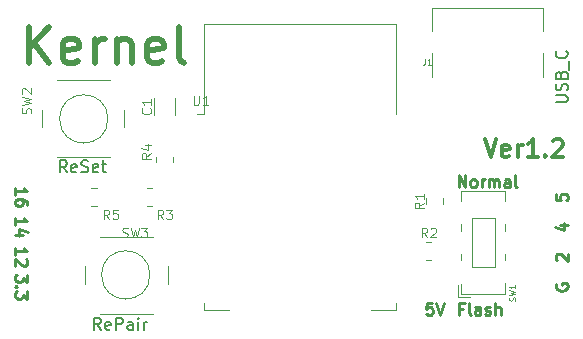
<source format=gto>
%TF.GenerationSoftware,KiCad,Pcbnew,(5.1.9-0-10_14)*%
%TF.CreationDate,2021-03-23T08:30:50+08:00*%
%TF.ProjectId,Kernel,4b65726e-656c-42e6-9b69-6361645f7063,rev?*%
%TF.SameCoordinates,Original*%
%TF.FileFunction,Legend,Top*%
%TF.FilePolarity,Positive*%
%FSLAX46Y46*%
G04 Gerber Fmt 4.6, Leading zero omitted, Abs format (unit mm)*
G04 Created by KiCad (PCBNEW (5.1.9-0-10_14)) date 2021-03-23 08:30:50*
%MOMM*%
%LPD*%
G01*
G04 APERTURE LIST*
%ADD10C,0.120000*%
%ADD11C,0.250000*%
%ADD12C,0.150000*%
%ADD13C,0.300000*%
%ADD14C,0.500000*%
%ADD15C,0.100000*%
%ADD16C,0.200000*%
G04 APERTURE END LIST*
D10*
X112395000Y-51689000D02*
X112395000Y-47498000D01*
X114300000Y-51689000D02*
X112395000Y-51689000D01*
X114300000Y-47498000D02*
X114300000Y-51689000D01*
X112395000Y-47498000D02*
X114300000Y-47498000D01*
X85105813Y-52324000D02*
G75*
G03*
X85105813Y-52324000I-2047813J0D01*
G01*
X81549813Y-39116000D02*
G75*
G03*
X81549813Y-39116000I-2047813J0D01*
G01*
D11*
X109029523Y-54697380D02*
X108553333Y-54697380D01*
X108505714Y-55173571D01*
X108553333Y-55125952D01*
X108648571Y-55078333D01*
X108886666Y-55078333D01*
X108981904Y-55125952D01*
X109029523Y-55173571D01*
X109077142Y-55268809D01*
X109077142Y-55506904D01*
X109029523Y-55602142D01*
X108981904Y-55649761D01*
X108886666Y-55697380D01*
X108648571Y-55697380D01*
X108553333Y-55649761D01*
X108505714Y-55602142D01*
X109362857Y-54697380D02*
X109696190Y-55697380D01*
X110029523Y-54697380D01*
D12*
X119467380Y-37702857D02*
X120276904Y-37702857D01*
X120372142Y-37655238D01*
X120419761Y-37607619D01*
X120467380Y-37512380D01*
X120467380Y-37321904D01*
X120419761Y-37226666D01*
X120372142Y-37179047D01*
X120276904Y-37131428D01*
X119467380Y-37131428D01*
X120419761Y-36702857D02*
X120467380Y-36560000D01*
X120467380Y-36321904D01*
X120419761Y-36226666D01*
X120372142Y-36179047D01*
X120276904Y-36131428D01*
X120181666Y-36131428D01*
X120086428Y-36179047D01*
X120038809Y-36226666D01*
X119991190Y-36321904D01*
X119943571Y-36512380D01*
X119895952Y-36607619D01*
X119848333Y-36655238D01*
X119753095Y-36702857D01*
X119657857Y-36702857D01*
X119562619Y-36655238D01*
X119515000Y-36607619D01*
X119467380Y-36512380D01*
X119467380Y-36274285D01*
X119515000Y-36131428D01*
X119943571Y-35369523D02*
X119991190Y-35226666D01*
X120038809Y-35179047D01*
X120134047Y-35131428D01*
X120276904Y-35131428D01*
X120372142Y-35179047D01*
X120419761Y-35226666D01*
X120467380Y-35321904D01*
X120467380Y-35702857D01*
X119467380Y-35702857D01*
X119467380Y-35369523D01*
X119515000Y-35274285D01*
X119562619Y-35226666D01*
X119657857Y-35179047D01*
X119753095Y-35179047D01*
X119848333Y-35226666D01*
X119895952Y-35274285D01*
X119943571Y-35369523D01*
X119943571Y-35702857D01*
X120562619Y-34940952D02*
X120562619Y-34179047D01*
X120372142Y-33369523D02*
X120419761Y-33417142D01*
X120467380Y-33560000D01*
X120467380Y-33655238D01*
X120419761Y-33798095D01*
X120324523Y-33893333D01*
X120229285Y-33940952D01*
X120038809Y-33988571D01*
X119895952Y-33988571D01*
X119705476Y-33940952D01*
X119610238Y-33893333D01*
X119515000Y-33798095D01*
X119467380Y-33655238D01*
X119467380Y-33560000D01*
X119515000Y-33417142D01*
X119562619Y-33369523D01*
D13*
X113447142Y-40834571D02*
X113947142Y-42334571D01*
X114447142Y-40834571D01*
X115518571Y-42263142D02*
X115375714Y-42334571D01*
X115090000Y-42334571D01*
X114947142Y-42263142D01*
X114875714Y-42120285D01*
X114875714Y-41548857D01*
X114947142Y-41406000D01*
X115090000Y-41334571D01*
X115375714Y-41334571D01*
X115518571Y-41406000D01*
X115590000Y-41548857D01*
X115590000Y-41691714D01*
X114875714Y-41834571D01*
X116232857Y-42334571D02*
X116232857Y-41334571D01*
X116232857Y-41620285D02*
X116304285Y-41477428D01*
X116375714Y-41406000D01*
X116518571Y-41334571D01*
X116661428Y-41334571D01*
X117947142Y-42334571D02*
X117090000Y-42334571D01*
X117518571Y-42334571D02*
X117518571Y-40834571D01*
X117375714Y-41048857D01*
X117232857Y-41191714D01*
X117090000Y-41263142D01*
X118590000Y-42191714D02*
X118661428Y-42263142D01*
X118590000Y-42334571D01*
X118518571Y-42263142D01*
X118590000Y-42191714D01*
X118590000Y-42334571D01*
X119232857Y-40977428D02*
X119304285Y-40906000D01*
X119447142Y-40834571D01*
X119804285Y-40834571D01*
X119947142Y-40906000D01*
X120018571Y-40977428D01*
X120090000Y-41120285D01*
X120090000Y-41263142D01*
X120018571Y-41477428D01*
X119161428Y-42334571D01*
X120090000Y-42334571D01*
D14*
X74851428Y-34377142D02*
X74851428Y-31377142D01*
X76565714Y-34377142D02*
X75280000Y-32662857D01*
X76565714Y-31377142D02*
X74851428Y-33091428D01*
X78994285Y-34234285D02*
X78708571Y-34377142D01*
X78137142Y-34377142D01*
X77851428Y-34234285D01*
X77708571Y-33948571D01*
X77708571Y-32805714D01*
X77851428Y-32520000D01*
X78137142Y-32377142D01*
X78708571Y-32377142D01*
X78994285Y-32520000D01*
X79137142Y-32805714D01*
X79137142Y-33091428D01*
X77708571Y-33377142D01*
X80422857Y-34377142D02*
X80422857Y-32377142D01*
X80422857Y-32948571D02*
X80565714Y-32662857D01*
X80708571Y-32520000D01*
X80994285Y-32377142D01*
X81280000Y-32377142D01*
X82280000Y-32377142D02*
X82280000Y-34377142D01*
X82280000Y-32662857D02*
X82422857Y-32520000D01*
X82708571Y-32377142D01*
X83137142Y-32377142D01*
X83422857Y-32520000D01*
X83565714Y-32805714D01*
X83565714Y-34377142D01*
X86137142Y-34234285D02*
X85851428Y-34377142D01*
X85280000Y-34377142D01*
X84994285Y-34234285D01*
X84851428Y-33948571D01*
X84851428Y-32805714D01*
X84994285Y-32520000D01*
X85280000Y-32377142D01*
X85851428Y-32377142D01*
X86137142Y-32520000D01*
X86280000Y-32805714D01*
X86280000Y-33091428D01*
X84851428Y-33377142D01*
X87994285Y-34377142D02*
X87708571Y-34234285D01*
X87565714Y-33948571D01*
X87565714Y-31377142D01*
D11*
X111236428Y-44902380D02*
X111236428Y-43902380D01*
X111807857Y-44902380D01*
X111807857Y-43902380D01*
X112426904Y-44902380D02*
X112331666Y-44854761D01*
X112284047Y-44807142D01*
X112236428Y-44711904D01*
X112236428Y-44426190D01*
X112284047Y-44330952D01*
X112331666Y-44283333D01*
X112426904Y-44235714D01*
X112569761Y-44235714D01*
X112665000Y-44283333D01*
X112712619Y-44330952D01*
X112760238Y-44426190D01*
X112760238Y-44711904D01*
X112712619Y-44807142D01*
X112665000Y-44854761D01*
X112569761Y-44902380D01*
X112426904Y-44902380D01*
X113188809Y-44902380D02*
X113188809Y-44235714D01*
X113188809Y-44426190D02*
X113236428Y-44330952D01*
X113284047Y-44283333D01*
X113379285Y-44235714D01*
X113474523Y-44235714D01*
X113807857Y-44902380D02*
X113807857Y-44235714D01*
X113807857Y-44330952D02*
X113855476Y-44283333D01*
X113950714Y-44235714D01*
X114093571Y-44235714D01*
X114188809Y-44283333D01*
X114236428Y-44378571D01*
X114236428Y-44902380D01*
X114236428Y-44378571D02*
X114284047Y-44283333D01*
X114379285Y-44235714D01*
X114522142Y-44235714D01*
X114617380Y-44283333D01*
X114665000Y-44378571D01*
X114665000Y-44902380D01*
X115569761Y-44902380D02*
X115569761Y-44378571D01*
X115522142Y-44283333D01*
X115426904Y-44235714D01*
X115236428Y-44235714D01*
X115141190Y-44283333D01*
X115569761Y-44854761D02*
X115474523Y-44902380D01*
X115236428Y-44902380D01*
X115141190Y-44854761D01*
X115093571Y-44759523D01*
X115093571Y-44664285D01*
X115141190Y-44569047D01*
X115236428Y-44521428D01*
X115474523Y-44521428D01*
X115569761Y-44473809D01*
X116188809Y-44902380D02*
X116093571Y-44854761D01*
X116045952Y-44759523D01*
X116045952Y-43902380D01*
X111601428Y-55173571D02*
X111268095Y-55173571D01*
X111268095Y-55697380D02*
X111268095Y-54697380D01*
X111744285Y-54697380D01*
X112268095Y-55697380D02*
X112172857Y-55649761D01*
X112125238Y-55554523D01*
X112125238Y-54697380D01*
X113077619Y-55697380D02*
X113077619Y-55173571D01*
X113030000Y-55078333D01*
X112934761Y-55030714D01*
X112744285Y-55030714D01*
X112649047Y-55078333D01*
X113077619Y-55649761D02*
X112982380Y-55697380D01*
X112744285Y-55697380D01*
X112649047Y-55649761D01*
X112601428Y-55554523D01*
X112601428Y-55459285D01*
X112649047Y-55364047D01*
X112744285Y-55316428D01*
X112982380Y-55316428D01*
X113077619Y-55268809D01*
X113506190Y-55649761D02*
X113601428Y-55697380D01*
X113791904Y-55697380D01*
X113887142Y-55649761D01*
X113934761Y-55554523D01*
X113934761Y-55506904D01*
X113887142Y-55411666D01*
X113791904Y-55364047D01*
X113649047Y-55364047D01*
X113553809Y-55316428D01*
X113506190Y-55221190D01*
X113506190Y-55173571D01*
X113553809Y-55078333D01*
X113649047Y-55030714D01*
X113791904Y-55030714D01*
X113887142Y-55078333D01*
X114363333Y-55697380D02*
X114363333Y-54697380D01*
X114791904Y-55697380D02*
X114791904Y-55173571D01*
X114744285Y-55078333D01*
X114649047Y-55030714D01*
X114506190Y-55030714D01*
X114410952Y-55078333D01*
X114363333Y-55125952D01*
X119515000Y-53078095D02*
X119467380Y-53173333D01*
X119467380Y-53316190D01*
X119515000Y-53459047D01*
X119610238Y-53554285D01*
X119705476Y-53601904D01*
X119895952Y-53649523D01*
X120038809Y-53649523D01*
X120229285Y-53601904D01*
X120324523Y-53554285D01*
X120419761Y-53459047D01*
X120467380Y-53316190D01*
X120467380Y-53220952D01*
X120419761Y-53078095D01*
X120372142Y-53030476D01*
X120038809Y-53030476D01*
X120038809Y-53220952D01*
X119562619Y-51085714D02*
X119515000Y-51038095D01*
X119467380Y-50942857D01*
X119467380Y-50704761D01*
X119515000Y-50609523D01*
X119562619Y-50561904D01*
X119657857Y-50514285D01*
X119753095Y-50514285D01*
X119895952Y-50561904D01*
X120467380Y-51133333D01*
X120467380Y-50514285D01*
X119800714Y-48069523D02*
X120467380Y-48069523D01*
X119419761Y-48307619D02*
X120134047Y-48545714D01*
X120134047Y-47926666D01*
X119467380Y-45481904D02*
X119467380Y-45958095D01*
X119943571Y-46005714D01*
X119895952Y-45958095D01*
X119848333Y-45862857D01*
X119848333Y-45624761D01*
X119895952Y-45529523D01*
X119943571Y-45481904D01*
X120038809Y-45434285D01*
X120276904Y-45434285D01*
X120372142Y-45481904D01*
X120419761Y-45529523D01*
X120467380Y-45624761D01*
X120467380Y-45862857D01*
X120419761Y-45958095D01*
X120372142Y-46005714D01*
X74715619Y-52292380D02*
X74715619Y-52911428D01*
X74334666Y-52578095D01*
X74334666Y-52720952D01*
X74287047Y-52816190D01*
X74239428Y-52863809D01*
X74144190Y-52911428D01*
X73906095Y-52911428D01*
X73810857Y-52863809D01*
X73763238Y-52816190D01*
X73715619Y-52720952D01*
X73715619Y-52435238D01*
X73763238Y-52340000D01*
X73810857Y-52292380D01*
X73810857Y-53340000D02*
X73763238Y-53387619D01*
X73715619Y-53340000D01*
X73763238Y-53292380D01*
X73810857Y-53340000D01*
X73715619Y-53340000D01*
X74715619Y-53720952D02*
X74715619Y-54340000D01*
X74334666Y-54006666D01*
X74334666Y-54149523D01*
X74287047Y-54244761D01*
X74239428Y-54292380D01*
X74144190Y-54340000D01*
X73906095Y-54340000D01*
X73810857Y-54292380D01*
X73763238Y-54244761D01*
X73715619Y-54149523D01*
X73715619Y-53863809D01*
X73763238Y-53768571D01*
X73810857Y-53720952D01*
X73715619Y-50609523D02*
X73715619Y-50038095D01*
X73715619Y-50323809D02*
X74715619Y-50323809D01*
X74572761Y-50228571D01*
X74477523Y-50133333D01*
X74429904Y-50038095D01*
X74620380Y-50990476D02*
X74668000Y-51038095D01*
X74715619Y-51133333D01*
X74715619Y-51371428D01*
X74668000Y-51466666D01*
X74620380Y-51514285D01*
X74525142Y-51561904D01*
X74429904Y-51561904D01*
X74287047Y-51514285D01*
X73715619Y-50942857D01*
X73715619Y-51561904D01*
X73715619Y-48069523D02*
X73715619Y-47498095D01*
X73715619Y-47783809D02*
X74715619Y-47783809D01*
X74572761Y-47688571D01*
X74477523Y-47593333D01*
X74429904Y-47498095D01*
X74382285Y-48926666D02*
X73715619Y-48926666D01*
X74763238Y-48688571D02*
X74048952Y-48450476D01*
X74048952Y-49069523D01*
X73715619Y-45529523D02*
X73715619Y-44958095D01*
X73715619Y-45243809D02*
X74715619Y-45243809D01*
X74572761Y-45148571D01*
X74477523Y-45053333D01*
X74429904Y-44958095D01*
X74715619Y-46386666D02*
X74715619Y-46196190D01*
X74668000Y-46100952D01*
X74620380Y-46053333D01*
X74477523Y-45958095D01*
X74287047Y-45910476D01*
X73906095Y-45910476D01*
X73810857Y-45958095D01*
X73763238Y-46005714D01*
X73715619Y-46100952D01*
X73715619Y-46291428D01*
X73763238Y-46386666D01*
X73810857Y-46434285D01*
X73906095Y-46481904D01*
X74144190Y-46481904D01*
X74239428Y-46434285D01*
X74287047Y-46386666D01*
X74334666Y-46291428D01*
X74334666Y-46100952D01*
X74287047Y-46005714D01*
X74239428Y-45958095D01*
X74144190Y-45910476D01*
D10*
%TO.C,U1*%
X89670000Y-31060000D02*
X105910000Y-31060000D01*
X105910000Y-31060000D02*
X105910000Y-38680000D01*
X105910000Y-54680000D02*
X105910000Y-55300000D01*
X105910000Y-55300000D02*
X103790000Y-55300000D01*
X91790000Y-55300000D02*
X89670000Y-55300000D01*
X89670000Y-55300000D02*
X89670000Y-54680000D01*
X89670000Y-38680000D02*
X89670000Y-31060000D01*
X89670000Y-38680000D02*
X89060000Y-38680000D01*
%TO.C,J1*%
X118365000Y-29755000D02*
X108965000Y-29755000D01*
X108965000Y-35555000D02*
X108965000Y-33555000D01*
X108965000Y-31655000D02*
X108965000Y-29755000D01*
X118365000Y-35555000D02*
X118365000Y-33555000D01*
X118365000Y-31655000D02*
X118365000Y-29755000D01*
%TO.C,SW3*%
X79610000Y-51610000D02*
X79610000Y-53110000D01*
X80860000Y-55610000D02*
X85360000Y-55610000D01*
X86610000Y-53110000D02*
X86610000Y-51610000D01*
X85360000Y-49110000D02*
X80860000Y-49110000D01*
%TO.C,SW2*%
X82950000Y-39830000D02*
X82950000Y-38330000D01*
X81700000Y-35830000D02*
X77200000Y-35830000D01*
X75950000Y-38330000D02*
X75950000Y-39830000D01*
X77200000Y-42330000D02*
X81700000Y-42330000D01*
%TO.C,R5*%
X80594564Y-44985000D02*
X80140436Y-44985000D01*
X80594564Y-46455000D02*
X80140436Y-46455000D01*
%TO.C,SW1*%
X111485000Y-53920000D02*
X111485000Y-53070000D01*
X111485000Y-51070000D02*
X111485000Y-50540000D01*
X111485000Y-48600000D02*
X111485000Y-48040000D01*
X111485000Y-46100000D02*
X111485000Y-45220000D01*
X111485000Y-45220000D02*
X115185000Y-45220000D01*
X115185000Y-45220000D02*
X115185000Y-46090000D01*
X115185000Y-48050000D02*
X115185000Y-48600000D01*
X115185000Y-50540000D02*
X115185000Y-51100000D01*
X115185000Y-53040000D02*
X115185000Y-53920000D01*
X115185000Y-53920000D02*
X111485000Y-53920000D01*
X112185000Y-54220000D02*
X111185000Y-54220000D01*
X111185000Y-54220000D02*
X111185000Y-53220000D01*
%TO.C,R4*%
X87095000Y-42317936D02*
X87095000Y-42772064D01*
X85625000Y-42317936D02*
X85625000Y-42772064D01*
%TO.C,R3*%
X84862936Y-44985000D02*
X85317064Y-44985000D01*
X84862936Y-46455000D02*
X85317064Y-46455000D01*
%TO.C,R2*%
X108939064Y-51027000D02*
X108484936Y-51027000D01*
X108939064Y-49557000D02*
X108484936Y-49557000D01*
%TO.C,R1*%
X109955000Y-45850436D02*
X109955000Y-46304564D01*
X108485000Y-45850436D02*
X108485000Y-46304564D01*
%TO.C,C1*%
X85450000Y-38811252D02*
X85450000Y-37388748D01*
X87270000Y-38811252D02*
X87270000Y-37388748D01*
%TO.C,U1*%
D15*
X88798476Y-37153904D02*
X88798476Y-37801523D01*
X88836571Y-37877714D01*
X88874666Y-37915809D01*
X88950857Y-37953904D01*
X89103238Y-37953904D01*
X89179428Y-37915809D01*
X89217523Y-37877714D01*
X89255619Y-37801523D01*
X89255619Y-37153904D01*
X90055619Y-37953904D02*
X89598476Y-37953904D01*
X89827047Y-37953904D02*
X89827047Y-37153904D01*
X89750857Y-37268190D01*
X89674666Y-37344380D01*
X89598476Y-37382476D01*
%TO.C,J1*%
X108418333Y-34016190D02*
X108418333Y-34373333D01*
X108394523Y-34444761D01*
X108346904Y-34492380D01*
X108275476Y-34516190D01*
X108227857Y-34516190D01*
X108918333Y-34516190D02*
X108632619Y-34516190D01*
X108775476Y-34516190D02*
X108775476Y-34016190D01*
X108727857Y-34087619D01*
X108680238Y-34135238D01*
X108632619Y-34159047D01*
%TO.C,SW3*%
X82753333Y-49091809D02*
X82867619Y-49129904D01*
X83058095Y-49129904D01*
X83134285Y-49091809D01*
X83172380Y-49053714D01*
X83210476Y-48977523D01*
X83210476Y-48901333D01*
X83172380Y-48825142D01*
X83134285Y-48787047D01*
X83058095Y-48748952D01*
X82905714Y-48710857D01*
X82829523Y-48672761D01*
X82791428Y-48634666D01*
X82753333Y-48558476D01*
X82753333Y-48482285D01*
X82791428Y-48406095D01*
X82829523Y-48368000D01*
X82905714Y-48329904D01*
X83096190Y-48329904D01*
X83210476Y-48368000D01*
X83477142Y-48329904D02*
X83667619Y-49129904D01*
X83820000Y-48558476D01*
X83972380Y-49129904D01*
X84162857Y-48329904D01*
X84391428Y-48329904D02*
X84886666Y-48329904D01*
X84620000Y-48634666D01*
X84734285Y-48634666D01*
X84810476Y-48672761D01*
X84848571Y-48710857D01*
X84886666Y-48787047D01*
X84886666Y-48977523D01*
X84848571Y-49053714D01*
X84810476Y-49091809D01*
X84734285Y-49129904D01*
X84505714Y-49129904D01*
X84429523Y-49091809D01*
X84391428Y-49053714D01*
D16*
X80930952Y-56967380D02*
X80597619Y-56491190D01*
X80359523Y-56967380D02*
X80359523Y-55967380D01*
X80740476Y-55967380D01*
X80835714Y-56015000D01*
X80883333Y-56062619D01*
X80930952Y-56157857D01*
X80930952Y-56300714D01*
X80883333Y-56395952D01*
X80835714Y-56443571D01*
X80740476Y-56491190D01*
X80359523Y-56491190D01*
X81740476Y-56919761D02*
X81645238Y-56967380D01*
X81454761Y-56967380D01*
X81359523Y-56919761D01*
X81311904Y-56824523D01*
X81311904Y-56443571D01*
X81359523Y-56348333D01*
X81454761Y-56300714D01*
X81645238Y-56300714D01*
X81740476Y-56348333D01*
X81788095Y-56443571D01*
X81788095Y-56538809D01*
X81311904Y-56634047D01*
X82216666Y-56967380D02*
X82216666Y-55967380D01*
X82597619Y-55967380D01*
X82692857Y-56015000D01*
X82740476Y-56062619D01*
X82788095Y-56157857D01*
X82788095Y-56300714D01*
X82740476Y-56395952D01*
X82692857Y-56443571D01*
X82597619Y-56491190D01*
X82216666Y-56491190D01*
X83645238Y-56967380D02*
X83645238Y-56443571D01*
X83597619Y-56348333D01*
X83502380Y-56300714D01*
X83311904Y-56300714D01*
X83216666Y-56348333D01*
X83645238Y-56919761D02*
X83550000Y-56967380D01*
X83311904Y-56967380D01*
X83216666Y-56919761D01*
X83169047Y-56824523D01*
X83169047Y-56729285D01*
X83216666Y-56634047D01*
X83311904Y-56586428D01*
X83550000Y-56586428D01*
X83645238Y-56538809D01*
X84121428Y-56967380D02*
X84121428Y-56300714D01*
X84121428Y-55967380D02*
X84073809Y-56015000D01*
X84121428Y-56062619D01*
X84169047Y-56015000D01*
X84121428Y-55967380D01*
X84121428Y-56062619D01*
X84597619Y-56967380D02*
X84597619Y-56300714D01*
X84597619Y-56491190D02*
X84645238Y-56395952D01*
X84692857Y-56348333D01*
X84788095Y-56300714D01*
X84883333Y-56300714D01*
%TO.C,SW2*%
D15*
X74999809Y-38658666D02*
X75037904Y-38544380D01*
X75037904Y-38353904D01*
X74999809Y-38277714D01*
X74961714Y-38239619D01*
X74885523Y-38201523D01*
X74809333Y-38201523D01*
X74733142Y-38239619D01*
X74695047Y-38277714D01*
X74656952Y-38353904D01*
X74618857Y-38506285D01*
X74580761Y-38582476D01*
X74542666Y-38620571D01*
X74466476Y-38658666D01*
X74390285Y-38658666D01*
X74314095Y-38620571D01*
X74276000Y-38582476D01*
X74237904Y-38506285D01*
X74237904Y-38315809D01*
X74276000Y-38201523D01*
X74237904Y-37934857D02*
X75037904Y-37744380D01*
X74466476Y-37592000D01*
X75037904Y-37439619D01*
X74237904Y-37249142D01*
X74314095Y-36982476D02*
X74276000Y-36944380D01*
X74237904Y-36868190D01*
X74237904Y-36677714D01*
X74276000Y-36601523D01*
X74314095Y-36563428D01*
X74390285Y-36525333D01*
X74466476Y-36525333D01*
X74580761Y-36563428D01*
X75037904Y-37020571D01*
X75037904Y-36525333D01*
D16*
X78065476Y-43632380D02*
X77732142Y-43156190D01*
X77494047Y-43632380D02*
X77494047Y-42632380D01*
X77875000Y-42632380D01*
X77970238Y-42680000D01*
X78017857Y-42727619D01*
X78065476Y-42822857D01*
X78065476Y-42965714D01*
X78017857Y-43060952D01*
X77970238Y-43108571D01*
X77875000Y-43156190D01*
X77494047Y-43156190D01*
X78875000Y-43584761D02*
X78779761Y-43632380D01*
X78589285Y-43632380D01*
X78494047Y-43584761D01*
X78446428Y-43489523D01*
X78446428Y-43108571D01*
X78494047Y-43013333D01*
X78589285Y-42965714D01*
X78779761Y-42965714D01*
X78875000Y-43013333D01*
X78922619Y-43108571D01*
X78922619Y-43203809D01*
X78446428Y-43299047D01*
X79303571Y-43584761D02*
X79446428Y-43632380D01*
X79684523Y-43632380D01*
X79779761Y-43584761D01*
X79827380Y-43537142D01*
X79875000Y-43441904D01*
X79875000Y-43346666D01*
X79827380Y-43251428D01*
X79779761Y-43203809D01*
X79684523Y-43156190D01*
X79494047Y-43108571D01*
X79398809Y-43060952D01*
X79351190Y-43013333D01*
X79303571Y-42918095D01*
X79303571Y-42822857D01*
X79351190Y-42727619D01*
X79398809Y-42680000D01*
X79494047Y-42632380D01*
X79732142Y-42632380D01*
X79875000Y-42680000D01*
X80684523Y-43584761D02*
X80589285Y-43632380D01*
X80398809Y-43632380D01*
X80303571Y-43584761D01*
X80255952Y-43489523D01*
X80255952Y-43108571D01*
X80303571Y-43013333D01*
X80398809Y-42965714D01*
X80589285Y-42965714D01*
X80684523Y-43013333D01*
X80732142Y-43108571D01*
X80732142Y-43203809D01*
X80255952Y-43299047D01*
X81017857Y-42965714D02*
X81398809Y-42965714D01*
X81160714Y-42632380D02*
X81160714Y-43489523D01*
X81208333Y-43584761D01*
X81303571Y-43632380D01*
X81398809Y-43632380D01*
%TO.C,R5*%
D15*
X81654666Y-47605904D02*
X81388000Y-47224952D01*
X81197523Y-47605904D02*
X81197523Y-46805904D01*
X81502285Y-46805904D01*
X81578476Y-46844000D01*
X81616571Y-46882095D01*
X81654666Y-46958285D01*
X81654666Y-47072571D01*
X81616571Y-47148761D01*
X81578476Y-47186857D01*
X81502285Y-47224952D01*
X81197523Y-47224952D01*
X82378476Y-46805904D02*
X81997523Y-46805904D01*
X81959428Y-47186857D01*
X81997523Y-47148761D01*
X82073714Y-47110666D01*
X82264190Y-47110666D01*
X82340380Y-47148761D01*
X82378476Y-47186857D01*
X82416571Y-47263047D01*
X82416571Y-47453523D01*
X82378476Y-47529714D01*
X82340380Y-47567809D01*
X82264190Y-47605904D01*
X82073714Y-47605904D01*
X81997523Y-47567809D01*
X81959428Y-47529714D01*
%TO.C,SW1*%
X116026380Y-54514666D02*
X116050190Y-54443238D01*
X116050190Y-54324190D01*
X116026380Y-54276571D01*
X116002571Y-54252761D01*
X115954952Y-54228952D01*
X115907333Y-54228952D01*
X115859714Y-54252761D01*
X115835904Y-54276571D01*
X115812095Y-54324190D01*
X115788285Y-54419428D01*
X115764476Y-54467047D01*
X115740666Y-54490857D01*
X115693047Y-54514666D01*
X115645428Y-54514666D01*
X115597809Y-54490857D01*
X115574000Y-54467047D01*
X115550190Y-54419428D01*
X115550190Y-54300380D01*
X115574000Y-54228952D01*
X115550190Y-54062285D02*
X116050190Y-53943238D01*
X115693047Y-53848000D01*
X116050190Y-53752761D01*
X115550190Y-53633714D01*
X116050190Y-53181333D02*
X116050190Y-53467047D01*
X116050190Y-53324190D02*
X115550190Y-53324190D01*
X115621619Y-53371809D01*
X115669238Y-53419428D01*
X115693047Y-53467047D01*
%TO.C,R4*%
X85197904Y-42043333D02*
X84816952Y-42310000D01*
X85197904Y-42500476D02*
X84397904Y-42500476D01*
X84397904Y-42195714D01*
X84436000Y-42119523D01*
X84474095Y-42081428D01*
X84550285Y-42043333D01*
X84664571Y-42043333D01*
X84740761Y-42081428D01*
X84778857Y-42119523D01*
X84816952Y-42195714D01*
X84816952Y-42500476D01*
X84664571Y-41357619D02*
X85197904Y-41357619D01*
X84359809Y-41548095D02*
X84931238Y-41738571D01*
X84931238Y-41243333D01*
%TO.C,R3*%
X86226666Y-47605904D02*
X85960000Y-47224952D01*
X85769523Y-47605904D02*
X85769523Y-46805904D01*
X86074285Y-46805904D01*
X86150476Y-46844000D01*
X86188571Y-46882095D01*
X86226666Y-46958285D01*
X86226666Y-47072571D01*
X86188571Y-47148761D01*
X86150476Y-47186857D01*
X86074285Y-47224952D01*
X85769523Y-47224952D01*
X86493333Y-46805904D02*
X86988571Y-46805904D01*
X86721904Y-47110666D01*
X86836190Y-47110666D01*
X86912380Y-47148761D01*
X86950476Y-47186857D01*
X86988571Y-47263047D01*
X86988571Y-47453523D01*
X86950476Y-47529714D01*
X86912380Y-47567809D01*
X86836190Y-47605904D01*
X86607619Y-47605904D01*
X86531428Y-47567809D01*
X86493333Y-47529714D01*
%TO.C,R2*%
X108578666Y-49129904D02*
X108312000Y-48748952D01*
X108121523Y-49129904D02*
X108121523Y-48329904D01*
X108426285Y-48329904D01*
X108502476Y-48368000D01*
X108540571Y-48406095D01*
X108578666Y-48482285D01*
X108578666Y-48596571D01*
X108540571Y-48672761D01*
X108502476Y-48710857D01*
X108426285Y-48748952D01*
X108121523Y-48748952D01*
X108883428Y-48406095D02*
X108921523Y-48368000D01*
X108997714Y-48329904D01*
X109188190Y-48329904D01*
X109264380Y-48368000D01*
X109302476Y-48406095D01*
X109340571Y-48482285D01*
X109340571Y-48558476D01*
X109302476Y-48672761D01*
X108845333Y-49129904D01*
X109340571Y-49129904D01*
%TO.C,R1*%
X108311904Y-46210833D02*
X107930952Y-46477500D01*
X108311904Y-46667976D02*
X107511904Y-46667976D01*
X107511904Y-46363214D01*
X107550000Y-46287023D01*
X107588095Y-46248928D01*
X107664285Y-46210833D01*
X107778571Y-46210833D01*
X107854761Y-46248928D01*
X107892857Y-46287023D01*
X107930952Y-46363214D01*
X107930952Y-46667976D01*
X108311904Y-45448928D02*
X108311904Y-45906071D01*
X108311904Y-45677500D02*
X107511904Y-45677500D01*
X107626190Y-45753690D01*
X107702380Y-45829880D01*
X107740476Y-45906071D01*
%TO.C,C1*%
X85121714Y-38233333D02*
X85159809Y-38271428D01*
X85197904Y-38385714D01*
X85197904Y-38461904D01*
X85159809Y-38576190D01*
X85083619Y-38652380D01*
X85007428Y-38690476D01*
X84855047Y-38728571D01*
X84740761Y-38728571D01*
X84588380Y-38690476D01*
X84512190Y-38652380D01*
X84436000Y-38576190D01*
X84397904Y-38461904D01*
X84397904Y-38385714D01*
X84436000Y-38271428D01*
X84474095Y-38233333D01*
X85197904Y-37471428D02*
X85197904Y-37928571D01*
X85197904Y-37700000D02*
X84397904Y-37700000D01*
X84512190Y-37776190D01*
X84588380Y-37852380D01*
X84626476Y-37928571D01*
%TD*%
M02*

</source>
